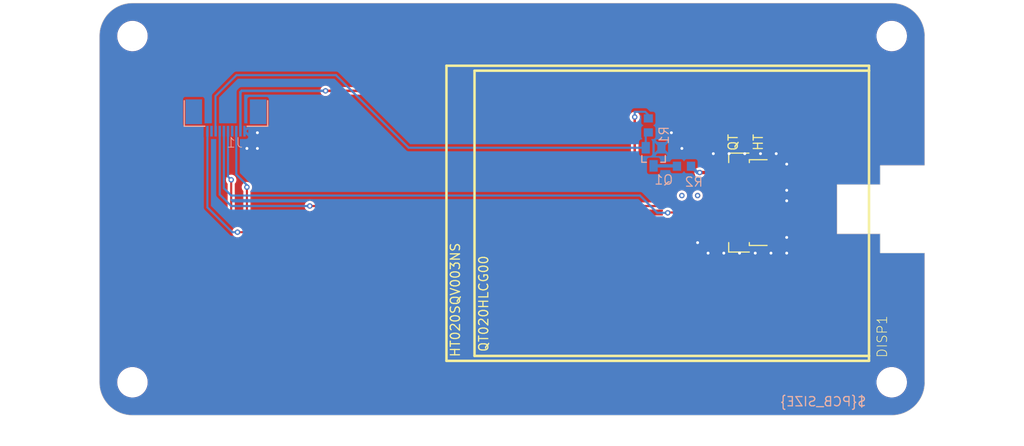
<source format=kicad_pcb>
(kicad_pcb (version 20221018) (generator pcbnew)
  (layers (0 "F.Cu" signal) (31 "B.Cu" signal) (34 "B.Paste" user) (35 "F.Paste" user) (36 "B.SilkS" user "B.Silkscreen") (37 "F.SilkS" user "F.Silkscreen") (38 "B.Mask" user) (39 "F.Mask" user) (44 "Edge.Cuts" user))
  (net 0 "")
  (net 1 "GND")
  (net 2 "LED-K")
  (net 3 "+3V3")
  (net 4 "DISPLAY_CS")
  (net 5 "DISPLAY_D/P")
  (net 6 "DISPLAY_PWM")
  (net 7 "DISPLAY_AUX1")
  (net 8 "DISPLAY_SPI_MOSI")
  (net 9 "DISPLAY_SPI_CLOCK")
  (net 10 "N$2")
  (net 11 "DISPLAY_SPI_MISO")
  (net 12 "DISPLAY_RESET")
  (net 13 "N$8")
  (net 14 "N$9")
  (footprint "" (layer "F.Cu") (at 102.5011 84.0036)
    (fp_text reference "@HOLE3" hide)
    (fp_text value "" (at 0 0) (layer "F.SilkS") (effects (font (size 1.27 1.27))))
    (pad "" np_thru_hole circle (at 0 0) (size 3.2 3.2) (drill 3.2) (layers "*.Cu" "*.Mask"))
  )
  (footprint "" (layer "F.Cu") (at 194.5011 84.0036)
    (fp_text reference "@HOLE2" hide)
    (fp_text value "" (at 0 0) (layer "F.SilkS") (effects (font (size 1.27 1.27))))
    (pad "" np_thru_hole circle (at 0 0) (size 3.2 3.2) (drill 3.2) (layers "*.Cu" "*.Mask"))
  )
  (footprint "working:HT020SQV003NS_QT020HLCG00" (layer "F.Cu") (at 166.1491 105.5066 90)
    (fp_text reference "DISP1" (at -17.6 27.2 90) (layer "F.SilkS") (effects (font (size 1.176528 1.176528) (thickness 0.093472)) (justify left)))
    (fp_text value "DISP_TFT20_HT020SQV003NS_QT020HLCG00")
    (fp_text user "QT" (at 7.493 9.779 90) (layer "F.SilkS") (effects (font (size 1.1176 1.1176) (thickness 0.1524)) (justify left bottom)))
    (fp_text user "HT" (at 7.493 12.827 90) (layer "F.SilkS") (effects (font (size 1.1176 1.1176) (thickness 0.1524)) (justify left bottom)))
    (fp_text user "QT020HLCG00" (at -16.891 -20.447 90) (layer "F.SilkS") (effects (font (size 1.1176 1.1176) (thickness 0.1524)) (justify left bottom)))
    (fp_text user "HT020SQV003NS" (at -17.526 -23.876 90) (layer "F.SilkS") (effects (font (size 1.1176 1.1176) (thickness 0.1524)) (justify left bottom)))
    (fp_line (start -17.9 -25.6) (end 17.9 -25.6) (stroke (width 0.3048)) (layer "F.SilkS"))
    (fp_line (start -17.9 25.6) (end -17.9 -25.6) (stroke (width 0.3048)) (layer "F.SilkS"))
    (fp_line (start -17.3 -22.2) (end 17.3 -22.2) (stroke (width 0.3048)) (layer "F.SilkS"))
    (fp_line (start -17.3 25.6) (end -17.9 25.6) (stroke (width 0.3048)) (layer "F.SilkS"))
    (fp_line (start -17.3 25.6) (end -17.3 -22.2) (stroke (width 0.3048)) (layer "F.SilkS"))
    (fp_line (start -4.7 8.6) (end -3.552 8.6) (stroke (width 0.1524)) (layer "F.SilkS"))
    (fp_line (start -4.7 11.1) (end -4.7 8.6) (stroke (width 0.1524)) (layer "F.SilkS"))
    (fp_line (start -3.9 11.1) (end -3.552 11.1) (stroke (width 0.1524)) (layer "F.SilkS"))
    (fp_line (start -3.9 13.252) (end -3.9 11.1) (stroke (width 0.1524)) (layer "F.SilkS"))
    (fp_line (start 6.5 11.1) (end 6.152 11.1) (stroke (width 0.1524)) (layer "F.SilkS"))
    (fp_line (start 6.5 13.252) (end 6.5 11.1) (stroke (width 0.1524)) (layer "F.SilkS"))
    (fp_line (start 7.3 8.6) (end 6.152 8.6) (stroke (width 0.1524)) (layer "F.SilkS"))
    (fp_line (start 7.3 11.052) (end 7.3 8.6) (stroke (width 0.1524)) (layer "F.SilkS"))
    (fp_line (start 17.3 -22.2) (end 17.3 25.6) (stroke (width 0.3048)) (layer "F.SilkS"))
    (fp_line (start 17.3 25.6) (end -17.3 25.6) (stroke (width 0.3048)) (layer "F.SilkS"))
    (fp_line (start 17.9 -25.6) (end 17.9 25.6) (stroke (width 0.3048)) (layer "F.SilkS"))
    (fp_line (start 17.9 25.6) (end 17.3 25.6) (stroke (width 0.3048)) (layer "F.SilkS"))
    (pad "P1" smd rect (at 5.7 10.25 90) (size 0.6 7.7) (layers "F.Cu" "F.Paste" "F.Mask") (net 1 "GND"))
    (pad "P2" smd rect (at 4.9 10.25 90) (size 0.6 7.7) (layers "F.Cu" "F.Paste" "F.Mask") (net 2 "LED-K"))
    (pad "P3" smd rect (at 4.1 10.25 90) (size 0.6 7.7) (layers "F.Cu" "F.Paste" "F.Mask") (net 3 "+3V3"))
    (pad "P4" smd rect (at 3.3 10.25 90) (size 0.6 7.7) (layers "F.Cu" "F.Paste" "F.Mask") (net 3 "+3V3"))
    (pad "P5" smd rect (at 2.5 10.25 90) (size 0.6 7.7) (layers "F.Cu" "F.Paste" "F.Mask") (net 1 "GND"))
    (pad "P6" smd rect (at 1.7 10.25 90) (size 0.6 7.7) (layers "F.Cu" "F.Paste" "F.Mask") (net 1 "GND"))
    (pad "P7" smd rect (at 0.9 10.25 90) (size 0.6 7.7) (layers "F.Cu" "F.Paste" "F.Mask") (net 5 "DISPLAY_D/P"))
    (pad "P8" smd rect (at 0.1 10.25 90) (size 0.6 7.7) (layers "F.Cu" "F.Paste" "F.Mask") (net 4 "DISPLAY_CS"))
    (pad "P9" smd rect (at -0.7 10.25 90) (size 0.6 7.7) (layers "F.Cu" "F.Paste" "F.Mask") (net 9 "DISPLAY_SPI_CLOCK"))
    (pad "P10" smd rect (at -1.5 10.25 90) (size 0.6 7.7) (layers "F.Cu" "F.Paste" "F.Mask") (net 8 "DISPLAY_SPI_MOSI"))
    (pad "P11" smd rect (at -2.3 10.25 90) (size 0.6 7.7) (layers "F.Cu" "F.Paste" "F.Mask") (net 12 "DISPLAY_RESET"))
    (pad "P12" smd rect (at -3.1 10.25 90) (size 0.6 7.7) (layers "F.Cu" "F.Paste" "F.Mask") (net 1 "GND"))
  )
  (footprint "working:DP_LOGO" (layer "F.Cu") (at 135.1661 129.7686)
    (fp_text reference "PAGE1" hide)
    (fp_text value "FRAME_DINA4_L" hide)
  )
  (footprint "" (layer "F.Cu") (at 194.5011 126.0036)
    (fp_text reference "@HOLE1" hide)
    (fp_text value "" (at 0 0) (layer "F.SilkS") (effects (font (size 1.27 1.27))))
    (pad "" np_thru_hole circle (at 0 0) (size 3.2 3.2) (drill 3.2) (layers "*.Cu" "*.Mask"))
  )
  (footprint "" (layer "F.Cu") (at 102.5011 126.0036)
    (fp_text reference "@HOLE0" hide)
    (fp_text value "" (at 0 0) (layer "F.SilkS") (effects (font (size 1.27 1.27))))
    (pad "" np_thru_hole circle (at 0 0) (size 3.2 3.2) (drill 3.2) (layers "*.Cu" "*.Mask"))
  )
  (footprint "working:X05B20L10T" (layer "B.Cu") (at 113.8301 93.1926)
    (fp_text reference "J1" (at 0 3.75) (layer "B.SilkS") (effects (font (size 1.176528 1.176528) (thickness 0.093472)) (justify right mirror)))
    (fp_text value "CON-FPC_X05B20L10T")
    (fp_line (start -5.0524 -1.3476) (end -5.0524 1.7524) (stroke (width 0.1524)) (layer "B.SilkS"))
    (fp_line (start -5.0524 1.7524) (end -2.5524 1.7524) (stroke (width 0.1524)) (layer "B.SilkS"))
    (fp_line (start 2.5524 1.7524) (end 5.0524 1.7524) (stroke (width 0.1524)) (layer "B.SilkS"))
    (fp_line (start 5.0524 1.7524) (end 5.0524 -1.3476) (stroke (width 0.1524)) (layer "B.SilkS"))
    (pad "1" smd rect (at 2.25 2.35) (size 0.3 1.3) (layers "B.Cu" "B.Paste" "B.Mask") (net 1 "GND"))
    (pad "2" smd rect (at 1.75 2.35) (size 0.3 1.3) (layers "B.Cu" "B.Paste" "B.Mask") (net 3 "+3V3"))
    (pad "3" smd rect (at 1.25 2.35) (size 0.3 1.3) (layers "B.Cu" "B.Paste" "B.Mask") (net 9 "DISPLAY_SPI_CLOCK"))
    (pad "4" smd rect (at 0.75 2.35) (size 0.3 1.3) (layers "B.Cu" "B.Paste" "B.Mask") (net 11 "DISPLAY_SPI_MISO"))
    (pad "5" smd rect (at 0.25 2.35) (size 0.3 1.3) (layers "B.Cu" "B.Paste" "B.Mask") (net 8 "DISPLAY_SPI_MOSI"))
    (pad "6" smd rect (at -0.25 2.35) (size 0.3 1.3) (layers "B.Cu" "B.Paste" "B.Mask") (net 4 "DISPLAY_CS"))
    (pad "7" smd rect (at -0.75 2.35) (size 0.3 1.3) (layers "B.Cu" "B.Paste" "B.Mask") (net 5 "DISPLAY_D/P"))
    (pad "8" smd rect (at -1.25 2.35) (size 0.3 1.3) (layers "B.Cu" "B.Paste" "B.Mask") (net 6 "DISPLAY_PWM"))
    (pad "9" smd rect (at -1.75 2.35) (size 0.3 1.3) (layers "B.Cu" "B.Paste" "B.Mask") (net 7 "DISPLAY_AUX1"))
    (pad "10" smd rect (at -2.25 2.35) (size 0.3 1.3) (layers "B.Cu" "B.Paste" "B.Mask") (net 12 "DISPLAY_RESET"))
    (pad "11" smd rect (at -3.9 0) (size 2 3) (layers "B.Cu" "B.Paste" "B.Mask"))
    (pad "12" smd rect (at 3.9 0) (size 2 3) (layers "B.Cu" "B.Paste" "B.Mask"))
  )
  (footprint "working:SOT-23" (layer "B.Cu") (at 165.6461 98.6536)
    (fp_text reference "Q1" (at 0 2.794) (layer "B.SilkS") (effects (font (size 1.13284 1.13284) (thickness 0.13716)) (justify right mirror)))
    (fp_text value "MMBF170")
    (fp_line (start -1.4224 -0.1524) (end -1.4224 0.6604) (stroke (width 0.1524)) (layer "B.SilkS"))
    (fp_line (start -1.4224 0.6604) (end -0.8636 0.6604) (stroke (width 0.1524)) (layer "B.SilkS"))
    (fp_line (start 0.8636 0.6604) (end 1.4224 0.6604) (stroke (width 0.1524)) (layer "B.SilkS"))
    (fp_line (start 1.4224 0.6604) (end 1.4224 -0.1524) (stroke (width 0.1524)) (layer "B.SilkS"))
    (pad "1" smd rect (at -0.95 -1.1) (size 1 1.4) (layers "B.Cu" "B.Paste" "B.Mask") (net 6 "DISPLAY_PWM"))
    (pad "2" smd rect (at 0.95 -1.1) (size 1 1.4) (layers "B.Cu" "B.Paste" "B.Mask") (net 1 "GND"))
    (pad "3" smd rect (at 0 1.1) (size 1 1.4) (layers "B.Cu" "B.Paste" "B.Mask") (net 10 "N$2"))
  )
  (footprint "working:R0603" (layer "B.Cu") (at 169.3291 99.7966)
    (fp_text reference "R2" (at 0 1.905) (layer "B.SilkS") (effects (font (size 1.129792 1.129792) (thickness 0.140208)) (justify right mirror)))
    (fp_text value "10R")
    (pad "1" smd rect (at -0.85 0) (size 1 1.1) (layers "B.Cu" "B.Paste" "B.Mask") (net 10 "N$2"))
    (pad "2" smd rect (at 0.85 0) (size 1 1.1) (layers "B.Cu" "B.Paste" "B.Mask") (net 2 "LED-K"))
  )
  (footprint "working:R0603" (layer "B.Cu") (at 165.0111 94.8436 90)
    (fp_text reference "R1" (at 0 1.905 90) (layer "B.SilkS") (effects (font (size 1.129792 1.129792) (thickness 0.140208)) (justify left mirror)))
    (fp_text value "10K")
    (pad "1" smd rect (at -0.85 0 90) (size 1 1.1) (layers "B.Cu" "B.Paste" "B.Mask") (net 6 "DISPLAY_PWM"))
    (pad "2" smd rect (at 0.85 0 90) (size 1 1.1) (layers "B.Cu" "B.Paste" "B.Mask") (net 3 "+3V3"))
  )
  (gr_arc (start 102.5011 130.0036) (mid 99.672673 128.832027) (end 98.5011 126.0036) (stroke (width 0.05)) (layer "Edge.Cuts"))
  (gr_line (start 187.8811 102.0286) (end 187.8811 107.9886) (stroke (width 0.05)) (layer "Edge.Cuts"))
  (gr_arc (start 194.5011 80.0036) (mid 197.329527 81.175173) (end 198.5011 84.0036) (stroke (width 0.05)) (layer "Edge.Cuts"))
  (gr_arc (start 98.5011 84.0036) (mid 99.672673 81.175173) (end 102.5011 80.0036) (stroke (width 0.05)) (layer "Edge.Cuts"))
  (gr_line (start 98.5011 84.0036) (end 98.5011 126.0036) (stroke (width 0.05)) (layer "Edge.Cuts"))
  (gr_arc (start 198.5011 126.0036) (mid 197.329527 128.832027) (end 194.5011 130.0036) (stroke (width 0.05)) (layer "Edge.Cuts"))
  (gr_line (start 187.8811 107.9886) (end 193.1111 107.9886) (stroke (width 0.05)) (layer "Edge.Cuts"))
  (gr_line (start 194.5011 80.0036) (end 102.5011 80.0036) (stroke (width 0.05)) (layer "Edge.Cuts"))
  (gr_line (start 198.4911 110.3186) (end 198.4911 126.0086) (stroke (width 0.05)) (layer "Edge.Cuts"))
  (gr_line (start 193.1111 99.6986) (end 193.1111 102.0286) (stroke (width 0.05)) (layer "Edge.Cuts"))
  (gr_line (start 193.1111 102.0286) (end 187.8811 102.0286) (stroke (width 0.05)) (layer "Edge.Cuts"))
  (gr_line (start 198.4911 99.6986) (end 193.1111 99.6986) (stroke (width 0.05)) (layer "Edge.Cuts"))
  (gr_line (start 198.4911 84.0086) (end 198.4911 99.6986) (stroke (width 0.05)) (layer "Edge.Cuts"))
  (gr_line (start 102.5011 130.0036) (end 194.5011 130.0036) (stroke (width 0.05)) (layer "Edge.Cuts"))
  (gr_line (start 193.1111 110.3186) (end 198.4911 110.3186) (stroke (width 0.05)) (layer "Edge.Cuts"))
  (gr_line (start 193.1111 107.9886) (end 193.1111 110.3186) (stroke (width 0.05)) (layer "Edge.Cuts"))
  (gr_text "${PCB_SIZE}" (at 191.5011 129.0036) (layer "B.SilkS") (effects (font (size 1.1176 1.1176) (thickness 0.1524)) (justify left bottom mirror)))
  (via (at 178.6001 98.2726) (size 0.6548) (drill 0.35) (layers "F.Cu" "B.Cu") (net 1))
  (via (at 181.7751 110.3376) (size 0.6548) (drill 0.35) (layers "F.Cu" "B.Cu") (net 1))
  (via (at 179.8701 110.3376) (size 0.6548) (drill 0.35) (layers "F.Cu" "B.Cu") (net 1))
  (via (at 169.0751 97.6376) (size 0.6548) (drill 0.35) (layers "F.Cu" "B.Cu") (net 1))
  (via (at 174.7901 98.2726) (size 0.6548) (drill 0.35) (layers "F.Cu" "B.Cu") (net 1))
  (via (at 181.7751 99.5426) (size 0.6548) (drill 0.35) (layers "F.Cu" "B.Cu") (net 1))
  (via (at 174.1551 110.3376) (size 0.6548) (drill 0.35) (layers "F.Cu" "B.Cu") (net 1))
  (via (at 116.3701 97.6376) (size 0.6548) (drill 0.35) (layers "F.Cu" "B.Cu") (net 1))
  (via (at 176.6951 98.2726) (size 0.6548) (drill 0.35) (layers "F.Cu" "B.Cu") (net 1))
  (via (at 181.7751 108.4326) (size 0.6548) (drill 0.35) (layers "F.Cu" "B.Cu") (net 1))
  (via (at 170.9801 109.0676) (size 0.6548) (drill 0.35) (layers "F.Cu" "B.Cu") (net 1))
  (via (at 181.7751 103.9876) (size 0.6548) (drill 0.35) (layers "F.Cu" "B.Cu") (net 1))
  (via (at 176.0601 110.3376) (size 0.6548) (drill 0.35) (layers "F.Cu" "B.Cu") (net 1))
  (via (at 117.6401 97.6376) (size 0.6548) (drill 0.35) (layers "F.Cu" "B.Cu") (net 1))
  (via (at 172.8851 98.2726) (size 0.6548) (drill 0.35) (layers "F.Cu" "B.Cu") (net 1))
  (via (at 177.9651 110.3376) (size 0.6548) (drill 0.35) (layers "F.Cu" "B.Cu") (net 1))
  (via (at 167.8051 95.7326) (size 0.6548) (drill 0.35) (layers "F.Cu" "B.Cu") (net 1))
  (via (at 181.7751 102.7176) (size 0.6548) (drill 0.35) (layers "F.Cu" "B.Cu") (net 1))
  (via (at 117.6401 95.7326) (size 0.6548) (drill 0.35) (layers "F.Cu" "B.Cu") (net 1))
  (via (at 172.2501 110.3376) (size 0.6548) (drill 0.35) (layers "F.Cu" "B.Cu") (net 1))
  (via (at 180.5051 98.2726) (size 0.6548) (drill 0.35) (layers "F.Cu" "B.Cu") (net 1))
  (segment (start 171.2341 100.5586) (end 176.3511 100.5586) (width 0.4064) (layer "F.Cu") (net 2))
  (segment (start 176.3511 100.5586) (end 176.3991 100.6066) (width 0.4064) (layer "F.Cu") (net 2))
  (via (at 171.2341 100.5586) (size 0.6548) (drill 0.35) (layers "F.Cu" "B.Cu") (net 2))
  (segment (start 170.1791 99.7966) (end 170.9411 100.5586) (width 0.4064) (layer "B.Cu") (net 2))
  (segment (start 170.9411 100.5586) (end 171.2341 100.5586) (width 0.4064) (layer "B.Cu") (net 2))
  (segment (start 176.3581 101.4476) (end 176.3991 101.4066) (width 0.254) (layer "F.Cu") (net 3))
  (segment (start 162.0901 94.4626) (end 162.7251 95.0976) (width 0.3048) (layer "F.Cu") (net 3))
  (segment (start 169.8341 102.2066) (end 169.7101 102.0826) (width 0.3048) (layer "F.Cu") (net 3))
  (segment (start 160.1851 90.6526) (end 162.0901 92.5576) (width 0.3048) (layer "F.Cu") (net 3))
  (segment (start 125.8951 90.6526) (end 160.1851 90.6526) (width 0.3048) (layer "F.Cu") (net 3))
  (segment (start 162.7251 95.0976) (end 163.3601 95.0976) (width 0.3048) (layer "F.Cu") (net 3))
  (segment (start 162.0901 92.5576) (end 162.0901 94.4626) (width 0.3048) (layer "F.Cu") (net 3))
  (segment (start 176.3991 102.2066) (end 169.8341 102.2066) (width 0.3048) (layer "F.Cu") (net 3))
  (segment (start 169.7101 102.0826) (end 169.7101 101.4476) (width 0.3048) (layer "F.Cu") (net 3))
  (segment (start 169.7101 101.4476) (end 176.3581 101.4476) (width 0.3048) (layer "F.Cu") (net 3))
  (segment (start 163.3601 95.0976) (end 163.3601 101.4476) (width 0.3048) (layer "F.Cu") (net 3))
  (segment (start 163.3601 93.8276) (end 163.3601 95.0976) (width 0.3048) (layer "F.Cu") (net 3))
  (segment (start 163.3601 101.4476) (end 169.7101 101.4476) (width 0.3048) (layer "F.Cu") (net 3))
  (via (at 125.8951 90.6526) (size 0.6548) (drill 0.35) (layers "F.Cu" "B.Cu") (net 3))
  (via (at 163.3601 93.8276) (size 0.6548) (drill 0.35) (layers "F.Cu" "B.Cu") (net 3))
  (segment (start 115.5801 95.5426) (end 115.5801 90.8076) (width 0.3048) (layer "B.Cu") (net 3))
  (segment (start 164.6301 93.1926) (end 163.3601 93.1926) (width 0.254) (layer "B.Cu") (net 3))
  (segment (start 115.7351 90.6526) (end 125.8951 90.6526) (width 0.3048) (layer "B.Cu") (net 3))
  (segment (start 163.3601 93.1926) (end 163.3601 93.8276) (width 0.254) (layer "B.Cu") (net 3))
  (segment (start 165.0111 93.9936) (end 165.0111 93.5736) (width 0.254) (layer "B.Cu") (net 3))
  (segment (start 165.0111 93.5736) (end 164.6301 93.1926) (width 0.254) (layer "B.Cu") (net 3))
  (segment (start 115.5801 90.8076) (end 115.7351 90.6526) (width 0.3048) (layer "B.Cu") (net 3))
  (segment (start 167.4241 105.3846) (end 167.3606 105.4481) (width 0.254) (layer "F.Cu") (net 4))
  (segment (start 167.4461 105.4066) (end 167.4241 105.3846) (width 0.254) (layer "F.Cu") (net 4))
  (segment (start 176.3991 105.4066) (end 167.4461 105.4066) (width 0.254) (layer "F.Cu") (net 4))
  (via (at 167.3606 105.4481) (size 0.6548) (drill 0.35) (layers "F.Cu" "B.Cu") (net 4))
  (segment (start 163.9951 103.3526) (end 164.6301 103.9876) (width 0.254) (layer "B.Cu") (net 4))
  (segment (start 114.4651 103.3526) (end 163.9951 103.3526) (width 0.254) (layer "B.Cu") (net 4))
  (segment (start 166.0906 105.4481) (end 164.6301 103.9876) (width 0.254) (layer "B.Cu") (net 4))
  (segment (start 113.5801 95.5426) (end 113.5801 102.4676) (width 0.254) (layer "B.Cu") (net 4))
  (segment (start 167.3606 105.4481) (end 166.0906 105.4481) (width 0.254) (layer "B.Cu") (net 4))
  (segment (start 113.5801 102.4676) (end 114.4651 103.3526) (width 0.254) (layer "B.Cu") (net 4))
  (segment (start 123.9901 104.6226) (end 176.3831 104.6226) (width 0.254) (layer "F.Cu") (net 5))
  (segment (start 176.3831 104.6226) (end 176.3991 104.6066) (width 0.254) (layer "F.Cu") (net 5))
  (via (at 123.9901 104.6226) (size 0.6548) (drill 0.35) (layers "F.Cu" "B.Cu") (net 5))
  (segment (start 113.0801 95.5426) (end 113.0801 103.2376) (width 0.254) (layer "B.Cu") (net 5))
  (segment (start 114.4651 104.6226) (end 123.9901 104.6226) (width 0.254) (layer "B.Cu") (net 5))
  (segment (start 113.0801 103.2376) (end 114.4651 104.6226) (width 0.254) (layer "B.Cu") (net 5))
  (segment (start 164.6961 96.0086) (end 164.6961 97.5536) (width 0.254) (layer "B.Cu") (net 6))
  (segment (start 112.5601 91.2876) (end 112.5601 95.5226) (width 0.254) (layer "B.Cu") (net 6))
  (segment (start 165.0111 95.6936) (end 164.6961 96.0086) (width 0.254) (layer "B.Cu") (net 6))
  (segment (start 127.1651 88.7476) (end 115.1001 88.7476) (width 0.254) (layer "B.Cu") (net 6))
  (segment (start 135.9711 97.5536) (end 127.1651 88.7476) (width 0.254) (layer "B.Cu") (net 6))
  (segment (start 112.5601 95.5226) (end 112.5801 95.5426) (width 0.254) (layer "B.Cu") (net 6))
  (segment (start 164.6961 97.5536) (end 135.9711 97.5536) (width 0.254) (layer "B.Cu") (net 6))
  (segment (start 115.1001 88.7476) (end 112.5601 91.2876) (width 0.254) (layer "B.Cu") (net 6))
  (segment (start 114.4651 105.8926) (end 114.4651 101.4476) (width 0.254) (layer "F.Cu") (net 8))
  (segment (start 115.5791 107.0066) (end 114.4651 105.8926) (width 0.254) (layer "F.Cu") (net 8))
  (segment (start 176.3991 107.0066) (end 115.5791 107.0066) (width 0.254) (layer "F.Cu") (net 8))
  (via (at 114.4651 101.4476) (size 0.6548) (drill 0.35) (layers "F.Cu" "B.Cu") (net 8))
  (segment (start 114.0801 101.0626) (end 114.0801 95.5426) (width 0.254) (layer "B.Cu") (net 8))
  (segment (start 114.4651 101.4476) (end 114.0801 101.0626) (width 0.254) (layer "B.Cu") (net 8))
  (segment (start 176.3991 106.2066) (end 116.6841 106.2066) (width 0.254) (layer "F.Cu") (net 9))
  (segment (start 116.6841 106.2066) (end 116.3701 105.8926) (width 0.254) (layer "F.Cu") (net 9))
  (segment (start 116.3701 105.8926) (end 116.3701 102.3366) (width 0.254) (layer "F.Cu") (net 9))
  (via (at 116.3701 102.3366) (size 0.6548) (drill 0.35) (layers "F.Cu" "B.Cu") (net 9))
  (segment (start 115.0801 95.5426) (end 115.0801 100.7926) (width 0.254) (layer "B.Cu") (net 9))
  (segment (start 115.0801 100.7926) (end 116.3701 102.0826) (width 0.254) (layer "B.Cu") (net 9))
  (segment (start 116.3701 102.0826) (end 116.3701 102.3366) (width 0.254) (layer "B.Cu") (net 9))
  (segment (start 168.0961 99.7536) (end 168.3091 99.9666) (width 0.4064) (layer "B.Cu") (net 10))
  (segment (start 168.3091 99.9666) (end 168.4791 99.7966) (width 0.4064) (layer "B.Cu") (net 10))
  (segment (start 165.6461 99.7536) (end 168.0961 99.7536) (width 0.4064) (layer "B.Cu") (net 10))
  (segment (start 115.2271 107.7976) (end 176.3901 107.7976) (width 0.254) (layer "F.Cu") (net 12))
  (segment (start 176.3901 107.7976) (end 176.3991 107.8066) (width 0.254) (layer "F.Cu") (net 12))
  (via (at 115.2271 107.7976) (size 0.6548) (drill 0.35) (layers "F.Cu" "B.Cu") (net 12))
  (segment (start 111.5801 95.5426) (end 111.5801 104.7856) (width 0.254) (layer "B.Cu") (net 12))
  (segment (start 111.5801 104.7856) (end 114.5921 107.7976) (width 0.254) (layer "B.Cu") (net 12))
  (segment (start 114.5921 107.7976) (end 115.2271 107.7976) (width 0.254) (layer "B.Cu") (net 12))
  (via (at 170.9801 103.3526) (size 0.6548) (drill 0.35) (layers "F.Cu" "B.Cu") (net 13))
  (via (at 169.0751 103.3526) (size 0.6548) (drill 0.35) (layers "F.Cu" "B.Cu") (net 14))
  (zone (net 1) (net_name "GND") (layer "F.Cu") (connect_pads (clearance 0.3048)) (min_thickness 0.127) (fill yes (thermal_gap 0.304) (thermal_bridge_width 0.304))
    (polygon (pts (xy 198.6181 130.3856) (xy 98.0541 130.3856) (xy 98.0541 79.6316) (xy 198.6181 79.6316)))
  )
  (zone (net 1) (net_name "GND") (layer "B.Cu") (connect_pads (clearance 0.3048)) (min_thickness 0.127) (fill yes (thermal_gap 0.304) (thermal_bridge_width 0.304))
    (polygon (pts (xy 198.6181 130.3856) (xy 98.0541 130.3856) (xy 98.0541 79.6316) (xy 198.6181 79.6316)))
  )
)
</source>
